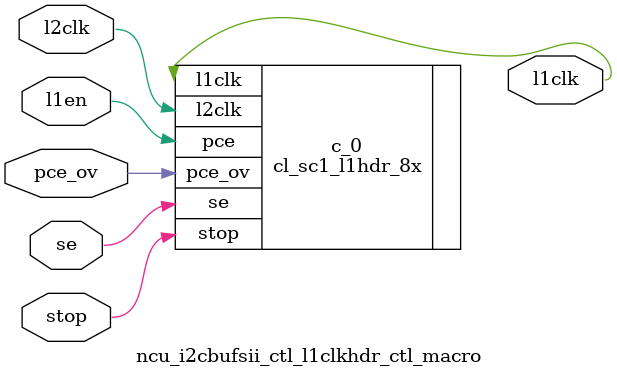
<source format=v>
`define RF_RDEN_OFFSTATE            1'b1

`define NCU_INTMANRF_DEPTH         128
`define NCU_INTMANRF_DATAWIDTH      16
`define NCU_INTMANRF_ADDRWIDTH       7
//====================================

//====================================
`define NCU_MONDORF_DEPTH           64
`define NCU_MONDORF_DATAWIDTH       72
`define NCU_MONDORF_ADDRWIDTH        6
//====================================

//====================================
`define NCU_CPUBUFRF_DEPTH          32
`define NCU_CPUBUFRF_DATAWIDTH     144
`define NCU_CPUBUFRF_ADDRWIDTH       5
//====================================

//====================================
`define NCU_IOBUFRF_DEPTH          32
`define NCU_IOBUFRF_DATAWIDTH     144
`define NCU_IOBUFRF_ADDRWIDTH       5
//====================================

//====================================
`define NCU_IOBUF1RF_DEPTH          32
`define NCU_IOBUF1RF_DATAWIDTH      32
`define NCU_IOBUF1RF_ADDRWIDTH       5
//====================================

//====================================
`define NCU_INTBUFRF_DEPTH          32
`define NCU_INTBUFRF_DATAWIDTH     144
`define NCU_INTBUFRF_ADDRWIDTH       5
//====================================

//== fix me : need to remove when warm //
//== becomes available //
`define WMR_LENGTH		10'd999
`define WMR_LENGTH_P1		10'd1000

//// NCU CSR_MAN address   80_0000_xxxx ////
`define NCU_CSR_MAN			16'h0000
`define NCU_CREG_INTMAN			16'h0000
//`define NCU_CREG_INTVECDISP		16'h0800
`define NCU_CREG_MONDOINVEC		16'h0a00
`define NCU_CREG_SERNUM			16'h1000
`define NCU_CREG_FUSESTAT		16'h1008
`define NCU_CREG_COREAVAIL		16'h1010
`define NCU_CREG_BANKAVAIL		16'h1018
`define NCU_CREG_BANK_ENABLE		16'h1020
`define NCU_CREG_BANK_ENABLE_STATUS 	16'h1028
`define NCU_CREG_L2_HASH_ENABLE		16'h1030
`define NCU_CREG_L2_HASH_ENABLE_STATUS	16'h1038


`define NCU_CREG_MEM32_BASE	16'h2000
`define NCU_CREG_MEM32_MASK	16'h2008
`define NCU_CREG_MEM64_BASE	16'h2010
`define NCU_CREG_MEM64_MASK	16'h2018
`define NCU_CREG_IOCON_BASE	16'h2020
`define NCU_CREG_IOCON_MASK	16'h2028
`define NCU_CREG_MMUFSH		16'h2030

`define NCU_CREG_ESR		16'h3000
`define NCU_CREG_ELE		16'h3008
`define NCU_CREG_EIE		16'h3010
`define NCU_CREG_EJR		16'h3018
`define NCU_CREG_FEE		16'h3020
`define NCU_CREG_PER		16'h3028
`define NCU_CREG_SIISYN		16'h3030
`define NCU_CREG_NCUSYN		16'h3038
`define NCU_CREG_SCKSEL         16'h3040
`define NCU_CREG_DBGTRIG_EN     16'h4000

//// NUC CSR_MONDO address 80_0004_xxxx ////
`define NCU_CSR_MONDO		16'h0004
`define NCU_CREG_MDATA0  	16'h0000 
`define NCU_CREG_MDATA1  	16'h0200 
`define NCU_CREG_MDATA0_ALIAS	16'h0400 
`define NCU_CREG_MDATA1_ALIAS	16'h0600 
`define NCU_CREG_MBUSY		16'h0800 
`define NCU_CREG_MBUSY_ALIAS	16'h0a00 



// ASI shared reg 90_xxxx_xxxx//
`define NCU_ASI_A_HIT			10'h104 // 6-bits cpuid and thread id are "x"
`define NCU_ASI_B_HIT			10'h1CC // 6-bits cpuid and thread id are "x"
`define NCU_ASI_C_HIT			10'h114	// 6-bits cpuid and thread id are "x"
`define NCU_ASI_COREAVAIL		16'h0000
`define NCU_ASI_CORE_ENABLE_STATUS	16'h0010
`define NCU_ASI_CORE_ENABLE		16'h0020
`define NCU_ASI_XIR_STEERING		16'h0030
`define NCU_ASI_CORE_RUNNINGRW		16'h0050
`define NCU_ASI_CORE_RUNNING_STATUS	16'h0058
`define NCU_ASI_CORE_RUNNING_W1S	16'h0060
`define NCU_ASI_CORE_RUNNING_W1C	16'h0068
`define NCU_ASI_INTVECDISP		16'h0000
`define NCU_ASI_ERR_STR                 16'h1000
`define NCU_ASI_WMR_VEC_MASK            16'h0018
`define NCU_ASI_CMP_TICK_ENABLE		16'h0038


//// UCB packet type ////
`define UCB_READ_NACK	4'b0000    // ack/nack types
`define UCB_READ_ACK	4'b0001
`define UCB_WRITE_ACK	4'b0010
`define UCB_IFILL_ACK	4'b0011
`define UCB_IFILL_NACK	4'b0111

`define UCB_READ_REQ	4'b0100    // req types
`define UCB_WRITE_REQ	4'b0101
`define UCB_IFILL_REQ	4'b0110

`define UCB_INT		4'b1000    // plain interrupt
`define UCB_INT_VEC	4'b1100    // interrupt with vector
`define UCB_INT_SOC_UE	4'b1001    // soc interrup ue
`define UCB_INT_SOC_CE  4'b1010    // soc interrup ce
`define UCB_RESET_VEC	4'b0101    // reset with vector
`define UCB_IDLE_VEC	4'b1110    // idle with vector
`define UCB_RESUME_VEC	4'b1111    // resume with vector

`define UCB_INT_SOC 	4'b1101    // soc interrup ce


//// PCX packet type ////
`define	PCX_LOAD_RQ	5'b00000
`define	PCX_IMISS_RQ	5'b10000
`define	PCX_STORE_RQ	5'b00001
`define PCX_FWD_RQs	5'b01101
`define PCX_FWD_RPYs	5'b01110

//// CPX packet type ////
//`define CPX_LOAD_RET	4'b0000
`define CPX_LOAD_RET	4'b1000
`define CPX_ST_ACK	4'b0100
//`define CPX_IFILL_RET	4'b0001
`define CPX_IFILL_RET	4'b1001
`define CPX_INT_RET	4'b0111
`define CPX_INT_SOC	4'b1101
//`define CPX_FWD_RQ_RET	4'b1010
//`define CPX_FWD_RPY_RET	4'b1011




//// Global CSR decode ////
`define NCU_CSR		8'h80
`define NIU_CSR		8'h81
//`define RNG_CSR		8'h82
`define DBG1_CSR               8'h86
`define CCU_CSR		8'h83
`define MCU_CSR		8'h84
`define TCU_CSR		8'h85
`define DMU_CSR		8'h88
`define RCU_CSR		8'h89
`define NCU_ASI		8'h90
			/////8'h91 ~ 9F reserved
			/////8'hA0 ~ BF L2 CSR////
`define DMU_PIO		4'hC   // C0 ~ CF
			/////8'hB0 ~ FE reserved
`define SSI_CSR		8'hFF


//// NCU_SSI ////
`define SSI_ADDR 	 	12'hFF_F
`define SSI_ADDR_TIMEOUT_REG	40'hFF_0001_0088
`define SSI_ADDR_LOG_REG	40'hFF_0000_0018

`define IF_IDLE 2'b00
`define IF_ACPT 2'b01
`define IF_DROP 2'b10

`define SSI_IDLE     3'b000
`define	SSI_REQ      3'b001
`define	SSI_WDATA    3'b011
`define	SSI_REQ_PAR  3'b101
`define	SSI_ACK      3'b111
`define	SSI_RDATA    3'b110
`define	SSI_ACK_PAR  3'b010










module ncu_i2cbufsii_ctl (
  iol2clk, 
  scan_in, 
  scan_out, 
  tcu_pce_ov, 
  tcu_clk_stop, 
  tcu_scan_en, 
  tcu_aclk, 
  tcu_bclk, 
  sii_ncu_data, 
  sii_ncu_dparity, 
  sii_ncu_req, 
  ncu_sii_gnt, 
  sii_ncu_syn_data, 
  sii_ncu_syn_vld, 
  sii_mondo_vld, 
  sii_mondo_data0, 
  sii_mondo_data1, 
  sii_mondo_target, 
  sii_mondo_ctagerr, 
  ncu_dmu_mondo_id, 
  ncu_dmu_mondo_id_par, 
  sii_mondo_rd, 
  sii_cr_id_rtn, 
  sii_cr_id_rtn_vld, 
  req_ack_obj, 
  req_ack_vld, 
  rd_req_ack_dbl_buf, 
  ncuctag_ue, 
  ncuctag_uei, 
  ncuctag_ce, 
  ncuctag_cei, 
  ncusiid_pe, 
  ncusiid_pei, 
  ncudpsyn, 
  siierrsyn, 
  siierrsyn_done) ;
wire [2:0] sii_rcv_cntr_n;
wire cntr_inc;
wire [2:0] sii_rcv_cntr;
wire sii_rcv_cntr_n_0_n;
wire sii_rcv_cntr_0_;
wire sii_rcv_cntr_0_ff_scanin;
wire sii_rcv_cntr_0_ff_scanout;
wire l1clk;
wire sii_rcv_cntr_1_ff_scanin;
wire sii_rcv_cntr_1_ff_scanout;
wire sii_rcv_cntr_n_2_n;
wire sii_rcv_cntr_2_n;
wire sii_rcv_cntr_2_ff_scanin;
wire sii_rcv_cntr_2_ff_scanout;
wire sii_ncu_data_d1_ff_scanin;
wire sii_ncu_data_d1_ff_scanout;
wire [31:0] sii_ncu_data_d1;
wire sii_ncu_dparity_d1_ff_scanin;
wire sii_ncu_dparity_d1_ff_scanout;
wire [1:0] sii_ncu_dparity_d1;
wire sii_ncu_req_d1_ff_scanin;
wire sii_ncu_req_d1_ff_scanout;
wire sii_ncu_req_d1;
wire hdr_ld;
wire hdr_a_ff_scanin;
wire hdr_a_ff_scanout;
wire [31:0] hdr_a;
wire [1:0] hdr_b;
wire hdrctag_ue;
wire hdrctag_ce;
wire [15:0] hdr;
wire [5:0] unused_co;
wire pld_ld;
wire [127:0] pld_n;
wire [127:0] pld;
wire pld_ff_scanin;
wire pld_ff_scanout;
wire dpchk_fail1;
wire dpchk_fail0;
wire dperr_n;
wire dperr;
wire dperr_ff_scanin;
wire dperr_ff_scanout;
wire ncusiid_pe_n;
wire sii_buf_unload;
wire ncusiid_pe_ff_scanin;
wire ncusiid_pe_ff_scanout;
wire ncu_sii_gnt_n;
wire ncu_sii_gnt_shadow;
wire ncu_sii_gnt_shadow_f;
wire mondo_hdr_vld;
wire pio_hdr_vld;
wire piortn_dblbuf_full;
wire rdy0_ff_scanin;
wire rdy0_ff_scanout;
wire rdy0;
wire rdy1_ff_scanin;
wire rdy1_ff_scanout;
wire rdy1;
wire ncu_sii_gnt_ff_scanin;
wire ncu_sii_gnt_ff_scanout;
wire ncu_sii_gnt_shadow_ff_scanin;
wire ncu_sii_gnt_shadow_ff_scanout;
wire ncu_sii_gnt_shadow_f_ff_scanin;
wire ncu_sii_gnt_shadow_f_ff_scanout;
wire cntr_inc_ff_scanin;
wire cntr_inc_ff_scanout;
wire hdrvld_n;
wire hdrvld;
wire hdrvld_ff_scanin;
wire hdrvld_ff_scanout;
wire [3:0] pldvld_n;
wire [3:0] pldvld;
wire pldvld_ff_scanin;
wire pldvld_ff_scanout;
wire wr_piortn_dblbuf;
wire wr_mondo_buf;
wire drop_pkt;
wire sii_cr_id_rtn_vld_n;
wire sii_cr_id_rtn_ff_scanin;
wire sii_cr_id_rtn_ff_scanout;
wire sii_cr_id_rtn_vld_ff_scanin;
wire sii_cr_id_rtn_vld_ff_scanout;
wire ncuctag_ue_n;
wire ncuctag_ce_n;
wire ncuctag_ue_ff_scanin;
wire ncuctag_ue_ff_scanout;
wire ncuctag_ce_ff_scanin;
wire ncuctag_ce_ff_scanout;
wire ncudpsyn_ff_scanin;
wire ncudpsyn_ff_scanout;
wire [3:0] piortn_ptyp;
wire [139:0] indata_buf;
wire [5:0] ncu_dmu_mondo_id_n;
wire sii_mondo_ctagerr_n;
wire sii_mondo_ctagerr_ff_scanin;
wire sii_mondo_ctagerr_ff_scanout;
wire ncu_dmu_mondo_idpre_ff_scanin;
wire ncu_dmu_mondo_idpre_ff_scanout;
wire [5:0] ncu_dmu_mondo_idpre;
wire ncu_dmu_mondo_id_par_n;
wire ncu_dmu_mondo_id_par_ff_scanin;
wire ncu_dmu_mondo_id_par_ff_scanout;
wire ncu_dmu_mondo_id_ff_scanin;
wire ncu_dmu_mondo_id_ff_scanout;
wire sii_mondo_target_ff_scanin;
wire sii_mondo_target_ff_scanout;
wire sii_mondo_data0_ff_scanin;
wire sii_mondo_data0_ff_scanout;
wire sii_mondo_data1_ff_scanin;
wire sii_mondo_data1_ff_scanout;
wire sii_mondo_vld_n;
wire sii_mondo_vld_ff_scanin;
wire sii_mondo_vld_ff_scanout;
wire wr_buf0;
wire buf1_vld;
wire buf0_vld;
wire buf1_older;
wire wr_buf1;
wire rd_buf0;
wire rd_buf1;
wire rd_buf;
wire buf1_older_n;
wire buf1_older_ff_scanin;
wire buf1_older_ff_scanout;
wire en_vld0;
wire en_vld1;
wire buf0_vld_ff_scanin;
wire buf0_vld_ff_scanout;
wire buf1_vld_ff_scanin;
wire buf1_vld_ff_scanout;
wire buf0_obj_ff_scanin;
wire buf0_obj_ff_scanout;
wire [139:0] buf0_obj;
wire buf1_obj_ff_scanin;
wire buf1_obj_ff_scanout;
wire [139:0] buf1_obj;
wire sii_ncu_syn_data_d1_ff_scanin;
wire sii_ncu_syn_data_d1_ff_scanout;
wire [3:0] sii_ncu_syn_data_d1;
wire sii_ncu_syn_vld_d1_ff_scanin;
wire sii_ncu_syn_vld_d1_ff_scanout;
wire sii_ncu_syn_vld_d1;
wire [63:0] siierrsyn_n;
wire [3:0] errsyncntr_n;
wire [3:0] errsyncntr;
wire siierrsyn_done_n;
wire siierrsyn_ff_scanin;
wire siierrsyn_ff_scanout;
wire siierrsyn_done_ff_scanin;
wire siierrsyn_done_ff_scanout;
wire errsyncntr_ff_scanin;
wire errsyncntr_ff_scanout;
wire [5:0] unused_i2cbufsii;
wire siclk;
wire soclk;
wire se;
wire pce_ov;
wire stop;



   // Global interface
input 		iol2clk;
input		scan_in;
output		scan_out;
input		tcu_pce_ov;
input		tcu_clk_stop;
input		tcu_scan_en;
input		tcu_aclk;
input		tcu_bclk;

//// sii i/f signal ////
input [31:0]	sii_ncu_data;
input [1:0]	sii_ncu_dparity;
input		sii_ncu_req;
output		ncu_sii_gnt;

input [3:0]	sii_ncu_syn_data;
input		sii_ncu_syn_vld;

output		sii_mondo_vld;
output [63:0]	sii_mondo_data0;
output [63:0]	sii_mondo_data1;
output [5:0]	sii_mondo_target;
output		sii_mondo_ctagerr;
output [5:0]	ncu_dmu_mondo_id;
output		ncu_dmu_mondo_id_par;
input		sii_mondo_rd;

output [3:0]	sii_cr_id_rtn;
output		sii_cr_id_rtn_vld;

// i2c slow control/datapath interface
output [139:0] 		req_ack_obj;
output 		 	req_ack_vld;
input 		        rd_req_ack_dbl_buf;

// error reporting for ncu //
output		ncuctag_ue;
input		ncuctag_uei;
output		ncuctag_ce;
input		ncuctag_cei;
output		ncusiid_pe;
input		ncusiid_pei;
output [15:0]	ncudpsyn;

// error reporting for sii//
output [63:0]	siierrsyn;
output		siierrsyn_done;


/************************************************************
 * Assemble inbound packet
 ************************************************************/
//ucb_bus_in #(UCB_BUS_WIDTH) ucb_bus_in 
//				( .clk(iol2clk),
//				.vld(ucb_iob_vld),
//				.data(ucb_iob_data[UCB_BUS_WIDTH-1:0]),
//				.stall(iob_ucb_stall),
//				.indata_buf_vld(indata_buf_vld),
//				.indata_buf(indata_buf[127:0]),
//				.stall_a1(iob_ucb_stall_a1)); 















assign	sii_rcv_cntr_n[2:0] =  cntr_inc ? 3'd0 :
			      (sii_rcv_cntr[2:0]==3'd5) ? 3'd5 : sii_rcv_cntr[2:0]+3'd1; 

//sii_rcv_cntr[2:0] power up and stops at 5
//0in range -var sii_rcv_cntr -min 0 -max 5
assign	sii_rcv_cntr_n_0_n = ~sii_rcv_cntr_n[0];
assign	sii_rcv_cntr[0] = ~sii_rcv_cntr_0_;
ncu_i2cbufsii_ctl_msff_ctl_macro__width_1 sii_rcv_cntr_0_ff 
				(
				.scan_in(sii_rcv_cntr_0_ff_scanin),
				.scan_out(sii_rcv_cntr_0_ff_scanout),
				.dout		(sii_rcv_cntr_0_),
				.l1clk		(l1clk),
				.din		(sii_rcv_cntr_n_0_n),
  .siclk(siclk),
  .soclk(soclk)
				);

ncu_i2cbufsii_ctl_msff_ctl_macro__width_1 sii_rcv_cntr_1_ff 
				(
				.scan_in(sii_rcv_cntr_1_ff_scanin),
				.scan_out(sii_rcv_cntr_1_ff_scanout),
				.dout		(sii_rcv_cntr[1]),
				.l1clk		(l1clk),
				.din		(sii_rcv_cntr_n[1]),
  .siclk(siclk),
  .soclk(soclk)
				);

assign	sii_rcv_cntr_n_2_n = ~sii_rcv_cntr_n[2];
assign	sii_rcv_cntr[2] = ~sii_rcv_cntr_2_n ;
ncu_i2cbufsii_ctl_msff_ctl_macro__width_1 sii_rcv_cntr_2_ff 
				(
				.scan_in(sii_rcv_cntr_2_ff_scanin),
				.scan_out(sii_rcv_cntr_2_ff_scanout),
				.dout		(sii_rcv_cntr_2_n),
				.l1clk		(l1clk),
				.din		(sii_rcv_cntr_n_2_n),
  .siclk(siclk),
  .soclk(soclk)
				);

ncu_i2cbufsii_ctl_msff_ctl_macro__width_32 sii_ncu_data_d1_ff 
				(
				.scan_in(sii_ncu_data_d1_ff_scanin),
				.scan_out(sii_ncu_data_d1_ff_scanout),
				.dout		(sii_ncu_data_d1[31:0]),
				.l1clk		(l1clk),
				.din		(sii_ncu_data[31:0]),
  .siclk(siclk),
  .soclk(soclk)
				);

ncu_i2cbufsii_ctl_msff_ctl_macro__width_2 sii_ncu_dparity_d1_ff 
				(
				.scan_in(sii_ncu_dparity_d1_ff_scanin),
				.scan_out(sii_ncu_dparity_d1_ff_scanout),
				.dout		(sii_ncu_dparity_d1[1:0]),
				.l1clk		(l1clk),
				.din		(sii_ncu_dparity[1:0]),
  .siclk(siclk),
  .soclk(soclk)
				);

ncu_i2cbufsii_ctl_msff_ctl_macro__width_1 sii_ncu_req_d1_ff 
				(
				.scan_in(sii_ncu_req_d1_ff_scanin),
				.scan_out(sii_ncu_req_d1_ff_scanout),
				.dout		(sii_ncu_req_d1),
				.l1clk		(l1clk),
				.din		(sii_ncu_req),
  .siclk(siclk),
  .soclk(soclk)
				);

assign	hdr_ld = (sii_rcv_cntr[2:0]==3'b0) ;
ncu_i2cbufsii_ctl_msff_ctl_macro__en_1__width_32 hdr_a_ff  
				(
				.scan_in(hdr_a_ff_scanin),
				.scan_out(hdr_a_ff_scanout),
				.dout		(hdr_a[31:0]),
				.l1clk		(l1clk),
				.en		(hdr_ld),
				.din		(sii_ncu_data_d1[31:0]),
  .siclk(siclk),
  .soclk(soclk)
				);

assign	hdr_b[1:0] = ncuctag_uei ? {~hdr_a[1],~hdr_a[0]} : 
		     ncuctag_cei ?  {hdr_a[1],~hdr_a[0]} : hdr_a[1:0] ;
			  
ncu_eccchk16_ctl i2cbufsiieccchk16 (.din({hdr_a[15:2],hdr_b[1:0]}),
				    .ci(hdr_a[21:16]),
				    .ue(hdrctag_ue),
				    .ce(hdrctag_ce),
				    .dout(hdr[15:0]),
				    .co(unused_co[5:0]) );

////
assign	pld_ld = (sii_rcv_cntr[2:0]!=3'd5) ;
//assign	pld_n[127:0] = {sii_ncu_data_d1[31:0],pld[127:32]};
assign  pld_n[127:0] = {pld[95:0],sii_ncu_data_d1[31:0]};

ncu_i2cbufsii_ctl_msff_ctl_macro__en_1__width_128 pld_ff  
				(
				.scan_in(pld_ff_scanin),
				.scan_out(pld_ff_scanout),
				.dout		(pld[127:0]),
				.l1clk		(l1clk),
				.en		(pld_ld),
				.din		(pld_n[127:0]),
  .siclk(siclk),
  .soclk(soclk)
				);

//assign	sii_ncu_data_b = ncusiid_pei^sii_ncu_data_a[0] ;
assign	dpchk_fail1 =  ~^{sii_ncu_dparity_d1[1],sii_ncu_data_d1[31], sii_ncu_data_d1[29],
			  sii_ncu_data_d1[27],  sii_ncu_data_d1[25], sii_ncu_data_d1[23],
			  sii_ncu_data_d1[21],  sii_ncu_data_d1[19], sii_ncu_data_d1[17],
			  sii_ncu_data_d1[15],  sii_ncu_data_d1[13], sii_ncu_data_d1[11],
			  sii_ncu_data_d1[9],   sii_ncu_data_d1[7],  sii_ncu_data_d1[5],
			  sii_ncu_data_d1[3],   sii_ncu_data_d1[1]};
assign	dpchk_fail0 =  ~^{sii_ncu_dparity_d1[0],sii_ncu_data_d1[30], sii_ncu_data_d1[28],
		 	  sii_ncu_data_d1[26],  sii_ncu_data_d1[24], sii_ncu_data_d1[22],
			  sii_ncu_data_d1[20],  sii_ncu_data_d1[18], sii_ncu_data_d1[16],
			  sii_ncu_data_d1[14],  sii_ncu_data_d1[12], sii_ncu_data_d1[10],
			  sii_ncu_data_d1[8],   sii_ncu_data_d1[6],  sii_ncu_data_d1[4],
			  sii_ncu_data_d1[2],   sii_ncu_data_d1[0], ncusiid_pei };

//assign	dperr_n = hdr_ld ? 1'b0 : (dpchk_fail0|dpchk_fail1|dperr) ;
assign        dperr_n = hdr_ld ? 1'b0 : pld_ld ? (dpchk_fail0|dpchk_fail1|dperr) : dperr ;
ncu_i2cbufsii_ctl_msff_ctl_macro__width_1 dperr_ff 
				(
				.scan_in(dperr_ff_scanin),
				.scan_out(dperr_ff_scanout),
				.dout		(dperr),
				.l1clk		(l1clk),
				.din		(dperr_n),
  .siclk(siclk),
  .soclk(soclk)
				);

assign	ncusiid_pe_n = dperr&sii_buf_unload&~hdr_a[28] ;
ncu_i2cbufsii_ctl_msff_ctl_macro__width_1 ncusiid_pe_ff 
				(
				.scan_in(ncusiid_pe_ff_scanin),
				.scan_out(ncusiid_pe_ff_scanout),
				.dout		(ncusiid_pe),
				.l1clk		(l1clk),
				.din		(ncusiid_pe_n),
  .siclk(siclk),
  .soclk(soclk)
				);

//ignore req_d1 at cntr = 0 or 1, ignore req at gnt or cyc after gnt.
assign	ncu_sii_gnt_n = ( (sii_rcv_cntr[2:1]==2'b00)|cntr_inc|ncu_sii_gnt_shadow|ncu_sii_gnt_shadow_f) ? 1'b0 :
			         sii_ncu_req_d1 & ~( (mondo_hdr_vld&(sii_mondo_vld&~sii_mondo_rd)) |
				 		  (pio_hdr_vld&(piortn_dblbuf_full&~rd_req_ack_dbl_buf)) ) ;
			
ncu_i2cbufsii_ctl_msff_ctl_macro__width_1 rdy0_ff 
				(
				.scan_in(rdy0_ff_scanin),
				.scan_out(rdy0_ff_scanout),
				.dout		(rdy0),
				.l1clk		(l1clk),
				.din		(1'b1),
  .siclk(siclk),
  .soclk(soclk)
				);
ncu_i2cbufsii_ctl_msff_ctl_macro__width_1 rdy1_ff 
				(
				.scan_in(rdy1_ff_scanin),
				.scan_out(rdy1_ff_scanout),
				.dout		(rdy1),
				.l1clk		(l1clk),
				.din		(rdy0),
  .siclk(siclk),
  .soclk(soclk)
				);

ncu_i2cbufsii_ctl_msff_ctl_macro__en_1__width_1 ncu_sii_gnt_ff  
				(
				.scan_in(ncu_sii_gnt_ff_scanin),
				.scan_out(ncu_sii_gnt_ff_scanout),
				.dout		(ncu_sii_gnt),
				.l1clk		(l1clk),
				.en		(rdy1),
				.din		(ncu_sii_gnt_n),
  .siclk(siclk),
  .soclk(soclk)
				);

ncu_i2cbufsii_ctl_msff_ctl_macro__en_1__width_1 ncu_sii_gnt_shadow_ff  
				(
				.scan_in(ncu_sii_gnt_shadow_ff_scanin),
				.scan_out(ncu_sii_gnt_shadow_ff_scanout),
				.dout		(ncu_sii_gnt_shadow),
				.l1clk		(l1clk),
				.en		(rdy1),
				.din		(ncu_sii_gnt_n),
  .siclk(siclk),
  .soclk(soclk)
				);

ncu_i2cbufsii_ctl_msff_ctl_macro__width_1 ncu_sii_gnt_shadow_f_ff 
				(
				.scan_in(ncu_sii_gnt_shadow_f_ff_scanin),
				.scan_out(ncu_sii_gnt_shadow_f_ff_scanout),
				.dout		(ncu_sii_gnt_shadow_f),
				.l1clk		(l1clk),
				.din		(ncu_sii_gnt_shadow),
  .siclk(siclk),
  .soclk(soclk)
				);

ncu_i2cbufsii_ctl_msff_ctl_macro__width_1 cntr_inc_ff 
				(
				.scan_in(cntr_inc_ff_scanin),
				.scan_out(cntr_inc_ff_scanout),
				.dout		(cntr_inc),
				.l1clk		(l1clk),
				.din		(ncu_sii_gnt_shadow_f),
  .siclk(siclk),
  .soclk(soclk)
				);

assign	hdrvld_n = (sii_rcv_cntr[2:0]==3'b0) ? 1'b1 :
		        sii_buf_unload ? 1'b0 : hdrvld ;
ncu_i2cbufsii_ctl_msff_ctl_macro__width_1 hdrvld_ff 
				(
				.scan_in(hdrvld_ff_scanin),
				.scan_out(hdrvld_ff_scanout),
				.dout		(hdrvld),
				.l1clk		(l1clk),
				.din		(hdrvld_n),
  .siclk(siclk),
  .soclk(soclk)
				);

assign	pldvld_n[3:0] = sii_buf_unload ? 4'b0 :
			(sii_rcv_cntr[2:0]!=3'd5) ? {hdrvld,pldvld[3:1]} : pldvld[3:0] ;
ncu_i2cbufsii_ctl_msff_ctl_macro__width_4 pldvld_ff 
				(
				.scan_in(pldvld_ff_scanin),
				.scan_out(pldvld_ff_scanout),
				.dout		(pldvld[3:0]),
				.l1clk		(l1clk),
				.din		(pldvld_n[3:0]),
  .siclk(siclk),
  .soclk(soclk)
				);

assign	mondo_hdr_vld = hdrvld & ~hdr[15] ;
assign	pio_hdr_vld   = hdrvld &  hdr[15] ;
assign	sii_buf_unload = wr_piortn_dblbuf | wr_mondo_buf | (pldvld[0]&drop_pkt) ;
assign	drop_pkt = (pio_hdr_vld&(hdrctag_ue|hdr_a[28])) | (mondo_hdr_vld&dperr) ;

assign	sii_cr_id_rtn_vld_n = pio_hdr_vld&~pldvld[3]&~hdrctag_ue ;

ncu_i2cbufsii_ctl_msff_ctl_macro__width_4 sii_cr_id_rtn_ff 
				(
				.scan_in(sii_cr_id_rtn_ff_scanin),
				.scan_out(sii_cr_id_rtn_ff_scanout),
				.dout		(sii_cr_id_rtn[3:0]),
				.l1clk		(l1clk),
				.din		(hdr[11:8]),
  .siclk(siclk),
  .soclk(soclk)
				);

ncu_i2cbufsii_ctl_msff_ctl_macro__width_1 sii_cr_id_rtn_vld_ff 
				(
				.scan_in(sii_cr_id_rtn_vld_ff_scanin),
				.scan_out(sii_cr_id_rtn_vld_ff_scanout),
				.dout		(sii_cr_id_rtn_vld),
				.l1clk		(l1clk),
				.din		(sii_cr_id_rtn_vld_n),
  .siclk(siclk),
  .soclk(soclk)
				);

//assign	ncuctag_ue_n = hdrctag_ue&pldvld[3]&~pldvld[2]&~hdr_a[28]; -jimmy 3/30/05
//assign	ncuctag_ce_n = hdrctag_ce&pldvld[3]&~pldvld[2]&~hdr_a[28]; -jimmy 3/30/05
assign	ncuctag_ue_n = hdrctag_ue&sii_buf_unload&~hdr_a[28];
assign	ncuctag_ce_n = hdrctag_ce&sii_buf_unload&~hdr_a[28];
ncu_i2cbufsii_ctl_msff_ctl_macro__width_1 ncuctag_ue_ff 
				(
				.scan_in(ncuctag_ue_ff_scanin),
				.scan_out(ncuctag_ue_ff_scanout),
				.dout		(ncuctag_ue),
				.l1clk		(l1clk),
				.din		(ncuctag_ue_n),
  .siclk(siclk),
  .soclk(soclk)
				);
ncu_i2cbufsii_ctl_msff_ctl_macro__width_1 ncuctag_ce_ff 
				(
				.scan_in(ncuctag_ce_ff_scanin),
				.scan_out(ncuctag_ce_ff_scanout),
				.dout		(ncuctag_ce),
				.l1clk		(l1clk),
				.din		(ncuctag_ce_n),
  .siclk(siclk),
  .soclk(soclk)
				);
ncu_i2cbufsii_ctl_msff_ctl_macro__en_1__width_16 ncudpsyn_ff  
				(
				.scan_in(ncudpsyn_ff_scanin),
				.scan_out(ncudpsyn_ff_scanout),
				.dout		(ncudpsyn[15:0]),
				.l1clk		(l1clk),
				//.en		(pldvld[0]), -jimmy 3/30/05
				.en		(sii_buf_unload),
				.din		(hdr[15:0]),
  .siclk(siclk),
  .soclk(soclk)
				);

//pktvld = pldvld[0]//
assign	wr_piortn_dblbuf = pldvld[0] & ~drop_pkt & pio_hdr_vld & ~piortn_dblbuf_full ;

//// to, ue, umap , ebit, err of pio return cause UCB NACK ////
assign	piortn_ptyp[3:0]= ((|hdr_a[31:28])|dperr) ? `UCB_READ_NACK : `UCB_READ_ACK ;

//// generating UCB packet here ////
assign	indata_buf[139:0] = { pld[127:0] , //pld
			//9'b0,	  //rsvd
			//40'b0,  //pa (dummy)
			//3'b0,	  //req_sz (dummy)
			//2'b0,   //buf_id (dummy)
			hdr[7:6], //buf_id 
			hdr[5:0], //cpu_thr
			piortn_ptyp[3:0] } ; 

//pktvld = pldvld[0]//
//assign  wr_mondo_buf = (pldvld[3]&mondo_hdr_vld) & 
//                       (~sii_mondo_vld | (sii_mondo_vld&sii_mondo_rd));
assign	wr_mondo_buf = (pldvld[0]&~drop_pkt&mondo_hdr_vld) & (~sii_mondo_vld | (sii_mondo_vld&sii_mondo_rd));
assign	ncu_dmu_mondo_id_n[5:0] = {hdr[14:11],hdr[2:1]};
assign  sii_mondo_ctagerr_n = mondo_hdr_vld&(hdrctag_ue|hdr_a[28]) ;

ncu_i2cbufsii_ctl_msff_ctl_macro__en_1__width_1 sii_mondo_ctagerr_ff  
				(
				.scan_in(sii_mondo_ctagerr_ff_scanin),
				.scan_out(sii_mondo_ctagerr_ff_scanout),
				.dout		(sii_mondo_ctagerr),
				.l1clk		(l1clk),
				.en		(wr_mondo_buf),
				.din		(sii_mondo_ctagerr_n),
  .siclk(siclk),
  .soclk(soclk)
				);

ncu_i2cbufsii_ctl_msff_ctl_macro__en_1__width_6 ncu_dmu_mondo_idpre_ff  
				(
				.scan_in(ncu_dmu_mondo_idpre_ff_scanin),
				.scan_out(ncu_dmu_mondo_idpre_ff_scanout),
				.dout		(ncu_dmu_mondo_idpre[5:0]),
				.l1clk		(l1clk),
				.en		(wr_mondo_buf),
				.din		(ncu_dmu_mondo_id_n[5:0]),
  .siclk(siclk),
  .soclk(soclk)
				);

assign	ncu_dmu_mondo_id_par_n = ~^ncu_dmu_mondo_idpre[5:0] ;
ncu_i2cbufsii_ctl_msff_ctl_macro__width_1 ncu_dmu_mondo_id_par_ff 
				(
				.scan_in(ncu_dmu_mondo_id_par_ff_scanin),
				.scan_out(ncu_dmu_mondo_id_par_ff_scanout),
				.dout		(ncu_dmu_mondo_id_par),
				.l1clk		(l1clk),
				.din		(ncu_dmu_mondo_id_par_n),
  .siclk(siclk),
  .soclk(soclk)
				);

ncu_i2cbufsii_ctl_msff_ctl_macro__width_6 ncu_dmu_mondo_id_ff 
				(
				.scan_in(ncu_dmu_mondo_id_ff_scanin),
				.scan_out(ncu_dmu_mondo_id_ff_scanout),
				.dout		(ncu_dmu_mondo_id[5:0]),
				.l1clk		(l1clk),
				.din		(ncu_dmu_mondo_idpre[5:0]),
  .siclk(siclk),
  .soclk(soclk)
				);

ncu_i2cbufsii_ctl_msff_ctl_macro__en_1__width_6 sii_mondo_target_ff  
				(
				.scan_in(sii_mondo_target_ff_scanin),
				.scan_out(sii_mondo_target_ff_scanout),
				.dout		(sii_mondo_target[5:0]),
				.l1clk		(l1clk),
				.en		(wr_mondo_buf),
				.din		(pld[75:70]),
  .siclk(siclk),
  .soclk(soclk)
				);

ncu_i2cbufsii_ctl_msff_ctl_macro__en_1__width_64 sii_mondo_data0_ff  
				(
				.scan_in(sii_mondo_data0_ff_scanin),
				.scan_out(sii_mondo_data0_ff_scanout),
				.dout		(sii_mondo_data0[63:0]),
				.l1clk		(l1clk),
				.en		(wr_mondo_buf),
				.din		(pld[127:64]),
  .siclk(siclk),
  .soclk(soclk)
				);

ncu_i2cbufsii_ctl_msff_ctl_macro__en_1__width_64 sii_mondo_data1_ff  
				(
				.scan_in(sii_mondo_data1_ff_scanin),
				.scan_out(sii_mondo_data1_ff_scanout),
				.dout		(sii_mondo_data1[63:0]),
				.l1clk		(l1clk),
				.en		(wr_mondo_buf),
				.din		(pld[63:0]),
  .siclk(siclk),
  .soclk(soclk)
				);

assign	sii_mondo_vld_n = wr_mondo_buf | (sii_mondo_vld & ~sii_mondo_rd) ;
ncu_i2cbufsii_ctl_msff_ctl_macro__width_1 sii_mondo_vld_ff 
				(
				.scan_in(sii_mondo_vld_ff_scanin),
				.scan_out(sii_mondo_vld_ff_scanout),
				.dout		(sii_mondo_vld),
				.l1clk		(l1clk),
				.din		(sii_mondo_vld_n),
  .siclk(siclk),
  .soclk(soclk)
				);


//======================================================================
//======================================================================
//================================================== dbl_buf ===========
///////////////////////////////////////////////
// Double buffer to store non-interrupt packets
///////////////////////////////////////////////
//assign	wr_piortn_dblbuf = req_ack_pending & ~piortn_dblbuf_full;
// dbl_buf #(128) req_ack_dbl_buf (
//			 .clk(iol2clk),
//			 .wr(wr_piortn_dblbuf),
//			 .din(indata_buf[127:0]),
//			 .rd(rd_req_ack_dbl_buf),
//			 .dout(req_ack_obj[127:0]),
//			 .vld(req_ack_vld),
//			 .full(piortn_dblbuf_full));

// if both entries are empty, write to entry pointed to by the older pointer
assign	wr_buf0 = wr_piortn_dblbuf & (buf1_vld | (~buf0_vld & ~buf1_older));
assign	wr_buf1 = wr_piortn_dblbuf & (buf0_vld | (~buf1_vld & buf1_older));

// read from the older entry
assign	rd_buf0 = rd_req_ack_dbl_buf & ~buf1_older;
assign	rd_buf1 = rd_req_ack_dbl_buf &  buf1_older;

// flip older pointer when an entry is read
assign	rd_buf = rd_req_ack_dbl_buf & (buf0_vld | buf1_vld);
assign	buf1_older_n = ~buf1_older ;
ncu_i2cbufsii_ctl_msff_ctl_macro__en_1__width_1 buf1_older_ff  
				(
				.scan_in(buf1_older_ff_scanin),
				.scan_out(buf1_older_ff_scanout),
				.dout		(buf1_older),
				.l1clk		(l1clk),
				.en		(rd_buf),
				.din		(buf1_older_n),
  .siclk(siclk),
  .soclk(soclk)
				);

// set valid bit for writes and reset for reads
assign	en_vld0 = wr_buf0 | rd_buf0;
assign	en_vld1 = wr_buf1 | rd_buf1;

// the actual buffers
ncu_i2cbufsii_ctl_msff_ctl_macro__en_1__width_1 buf0_vld_ff  
				(
				.scan_in(buf0_vld_ff_scanin),
				.scan_out(buf0_vld_ff_scanout),
				.dout		(buf0_vld),
				.l1clk		(l1clk),
				.en		(en_vld0),
				.din		(wr_buf0),
  .siclk(siclk),
  .soclk(soclk)
				);

ncu_i2cbufsii_ctl_msff_ctl_macro__en_1__width_1 buf1_vld_ff  
				(
				.scan_in(buf1_vld_ff_scanin),
				.scan_out(buf1_vld_ff_scanout),
				.dout		(buf1_vld),
				.l1clk		(l1clk),
				.en		(en_vld1),
				.din		(wr_buf1),
  .siclk(siclk),
  .soclk(soclk)
				);

ncu_i2cbufsii_ctl_msff_ctl_macro__en_1__width_140 buf0_obj_ff  
				(
				.scan_in(buf0_obj_ff_scanin),
				.scan_out(buf0_obj_ff_scanout),
				.dout		(buf0_obj[139:0]),
				.l1clk		(l1clk),
				.en		(wr_buf0),
				.din		(indata_buf[139:0]),
  .siclk(siclk),
  .soclk(soclk)
				);

ncu_i2cbufsii_ctl_msff_ctl_macro__en_1__width_140 buf1_obj_ff  
				(
				.scan_in(buf1_obj_ff_scanin),
				.scan_out(buf1_obj_ff_scanout),
				.dout		(buf1_obj[139:0]),
				.l1clk		(l1clk),
				.en		(wr_buf1),
				.din		(indata_buf[139:0]),
  .siclk(siclk),
  .soclk(soclk)
				);

// mux out the older entry
assign	req_ack_obj[139:0] = (buf1_older) ? buf1_obj[139:0] : buf0_obj[139:0] ;

assign	req_ack_vld = buf0_vld | buf1_vld;
assign	piortn_dblbuf_full = buf0_vld & buf1_vld;
//================================================== dbl_buf ===========
//======================================================================
//======================================================================



ncu_i2cbufsii_ctl_msff_ctl_macro__width_4 sii_ncu_syn_data_d1_ff 
				(
				.scan_in(sii_ncu_syn_data_d1_ff_scanin),
				.scan_out(sii_ncu_syn_data_d1_ff_scanout),
				.dout		(sii_ncu_syn_data_d1[3:0]),
				.l1clk		(l1clk),
				.din		(sii_ncu_syn_data[3:0]),
  .siclk(siclk),
  .soclk(soclk)
				);

ncu_i2cbufsii_ctl_msff_ctl_macro__width_1 sii_ncu_syn_vld_d1_ff 
				(
				.scan_in(sii_ncu_syn_vld_d1_ff_scanin),
				.scan_out(sii_ncu_syn_vld_d1_ff_scanout),
				.dout		(sii_ncu_syn_vld_d1),
				.l1clk		(l1clk),
				.din		(sii_ncu_syn_vld),
  .siclk(siclk),
  .soclk(soclk)
				);

assign	siierrsyn_n[63:0] = {sii_ncu_syn_data_d1[3:0],siierrsyn[63:4]};

assign	errsyncntr_n[3:0] = (~sii_ncu_syn_vld_d1) ? 4'd0 : errsyncntr[3:0]+4'd1 ;

assign	siierrsyn_done_n = (errsyncntr[3:0]==4'd15) ;

ncu_i2cbufsii_ctl_msff_ctl_macro__en_1__width_64 siierrsyn_ff  
				(
				.scan_in(siierrsyn_ff_scanin),
				.scan_out(siierrsyn_ff_scanout),
				.dout		(siierrsyn[63:0]),
				.l1clk		(l1clk),
				.en		(sii_ncu_syn_vld_d1),
				.din		(siierrsyn_n[63:0]),
  .siclk(siclk),
  .soclk(soclk)
				);

ncu_i2cbufsii_ctl_msff_ctl_macro__width_1 siierrsyn_done_ff 
				(
				.scan_in(siierrsyn_done_ff_scanin),
				.scan_out(siierrsyn_done_ff_scanout),
				.dout		(siierrsyn_done),
				.l1clk		(l1clk),
				.din		(siierrsyn_done_n),
  .siclk(siclk),
  .soclk(soclk)
				);

ncu_i2cbufsii_ctl_msff_ctl_macro__width_4 errsyncntr_ff 
				(
				.scan_in(errsyncntr_ff_scanin),
				.scan_out(errsyncntr_ff_scanout),
				.dout		(errsyncntr[3:0]),
				.l1clk		(l1clk),
				.din		(errsyncntr_n[3:0]),
  .siclk(siclk),
  .soclk(soclk)
				);



assign	unused_i2cbufsii[5:0] = {hdr_a[27:22]} ;





/**** adding clock header ****/
ncu_i2cbufsii_ctl_l1clkhdr_ctl_macro clkgen (
				.l2clk	(iol2clk),
				.l1en	(1'b1),
				.l1clk	(l1clk),
  .pce_ov(pce_ov),
  .stop(stop),
  .se(se)
				);

/*** building tcu port ***/
assign	siclk = tcu_aclk;
assign	soclk = tcu_bclk;
assign	   se = tcu_scan_en;
assign	pce_ov = tcu_pce_ov;
assign	stop = tcu_clk_stop;

// fixscan start:
assign sii_rcv_cntr_0_ff_scanin  = scan_in                  ;
assign sii_rcv_cntr_1_ff_scanin  = sii_rcv_cntr_0_ff_scanout;
assign sii_rcv_cntr_2_ff_scanin  = sii_rcv_cntr_1_ff_scanout;
assign sii_ncu_data_d1_ff_scanin = sii_rcv_cntr_2_ff_scanout;
assign sii_ncu_dparity_d1_ff_scanin = sii_ncu_data_d1_ff_scanout;
assign sii_ncu_req_d1_ff_scanin  = sii_ncu_dparity_d1_ff_scanout;
assign hdr_a_ff_scanin           = sii_ncu_req_d1_ff_scanout;
assign pld_ff_scanin             = hdr_a_ff_scanout         ;
assign dperr_ff_scanin           = pld_ff_scanout           ;
assign ncusiid_pe_ff_scanin      = dperr_ff_scanout         ;
assign rdy0_ff_scanin            = ncusiid_pe_ff_scanout    ;
assign rdy1_ff_scanin            = rdy0_ff_scanout          ;
assign ncu_sii_gnt_ff_scanin     = rdy1_ff_scanout          ;
assign ncu_sii_gnt_shadow_ff_scanin = ncu_sii_gnt_ff_scanout   ;
assign ncu_sii_gnt_shadow_f_ff_scanin = ncu_sii_gnt_shadow_ff_scanout;
assign cntr_inc_ff_scanin        = ncu_sii_gnt_shadow_f_ff_scanout;
assign hdrvld_ff_scanin          = cntr_inc_ff_scanout      ;
assign pldvld_ff_scanin          = hdrvld_ff_scanout        ;
assign sii_cr_id_rtn_ff_scanin   = pldvld_ff_scanout        ;
assign sii_cr_id_rtn_vld_ff_scanin = sii_cr_id_rtn_ff_scanout ;
assign ncuctag_ue_ff_scanin      = sii_cr_id_rtn_vld_ff_scanout;
assign ncuctag_ce_ff_scanin      = ncuctag_ue_ff_scanout    ;
assign ncudpsyn_ff_scanin        = ncuctag_ce_ff_scanout    ;
assign ncu_dmu_mondo_idpre_ff_scanin = ncudpsyn_ff_scanout      ;
assign sii_mondo_ctagerr_ff_scanin = ncu_dmu_mondo_idpre_ff_scanout;
assign ncu_dmu_mondo_id_par_ff_scanin = sii_mondo_ctagerr_ff_scanout;
assign ncu_dmu_mondo_id_ff_scanin = ncu_dmu_mondo_id_par_ff_scanout;
assign sii_mondo_target_ff_scanin = ncu_dmu_mondo_id_ff_scanout;
assign sii_mondo_data0_ff_scanin = sii_mondo_target_ff_scanout;
assign sii_mondo_data1_ff_scanin = sii_mondo_data0_ff_scanout;
assign sii_mondo_vld_ff_scanin   = sii_mondo_data1_ff_scanout;
assign buf1_older_ff_scanin      = sii_mondo_vld_ff_scanout ;
assign buf0_vld_ff_scanin        = buf1_older_ff_scanout    ;
assign buf1_vld_ff_scanin        = buf0_vld_ff_scanout      ;
assign buf0_obj_ff_scanin        = buf1_vld_ff_scanout      ;
assign buf1_obj_ff_scanin        = buf0_obj_ff_scanout      ;
assign sii_ncu_syn_data_d1_ff_scanin = buf1_obj_ff_scanout      ;
assign sii_ncu_syn_vld_d1_ff_scanin = sii_ncu_syn_data_d1_ff_scanout;
assign siierrsyn_ff_scanin       = sii_ncu_syn_vld_d1_ff_scanout;
assign siierrsyn_done_ff_scanin  = siierrsyn_ff_scanout     ;
assign errsyncntr_ff_scanin      = siierrsyn_done_ff_scanout;
assign scan_out                  = errsyncntr_ff_scanout    ;
// fixscan end:
endmodule // i2c_buf











// any PARAMS parms go into naming of macro

module ncu_i2cbufsii_ctl_msff_ctl_macro__width_1 (
  din, 
  l1clk, 
  scan_in, 
  siclk, 
  soclk, 
  dout, 
  scan_out);
wire [0:0] fdin;

  input [0:0] din;
  input l1clk;
  input scan_in;


  input siclk;
  input soclk;

  output [0:0] dout;
  output scan_out;
assign fdin[0:0] = din[0:0];






dff #(1)  d0_0 (
.l1clk(l1clk),
.siclk(siclk),
.soclk(soclk),
.d(fdin[0:0]),
.si(scan_in),
.so(scan_out),
.q(dout[0:0])
);












endmodule













// any PARAMS parms go into naming of macro

module ncu_i2cbufsii_ctl_msff_ctl_macro__width_32 (
  din, 
  l1clk, 
  scan_in, 
  siclk, 
  soclk, 
  dout, 
  scan_out);
wire [31:0] fdin;
wire [30:0] so;

  input [31:0] din;
  input l1clk;
  input scan_in;


  input siclk;
  input soclk;

  output [31:0] dout;
  output scan_out;
assign fdin[31:0] = din[31:0];






dff #(32)  d0_0 (
.l1clk(l1clk),
.siclk(siclk),
.soclk(soclk),
.d(fdin[31:0]),
.si({scan_in,so[30:0]}),
.so({so[30:0],scan_out}),
.q(dout[31:0])
);












endmodule













// any PARAMS parms go into naming of macro

module ncu_i2cbufsii_ctl_msff_ctl_macro__width_2 (
  din, 
  l1clk, 
  scan_in, 
  siclk, 
  soclk, 
  dout, 
  scan_out);
wire [1:0] fdin;
wire [0:0] so;

  input [1:0] din;
  input l1clk;
  input scan_in;


  input siclk;
  input soclk;

  output [1:0] dout;
  output scan_out;
assign fdin[1:0] = din[1:0];






dff #(2)  d0_0 (
.l1clk(l1clk),
.siclk(siclk),
.soclk(soclk),
.d(fdin[1:0]),
.si({scan_in,so[0:0]}),
.so({so[0:0],scan_out}),
.q(dout[1:0])
);












endmodule













// any PARAMS parms go into naming of macro

module ncu_i2cbufsii_ctl_msff_ctl_macro__en_1__width_32 (
  din, 
  en, 
  l1clk, 
  scan_in, 
  siclk, 
  soclk, 
  dout, 
  scan_out);
wire [31:0] fdin;
wire [30:0] so;

  input [31:0] din;
  input en;
  input l1clk;
  input scan_in;


  input siclk;
  input soclk;

  output [31:0] dout;
  output scan_out;
assign fdin[31:0] = (din[31:0] & {32{en}}) | (dout[31:0] & ~{32{en}});






dff #(32)  d0_0 (
.l1clk(l1clk),
.siclk(siclk),
.soclk(soclk),
.d(fdin[31:0]),
.si({scan_in,so[30:0]}),
.so({so[30:0],scan_out}),
.q(dout[31:0])
);












endmodule






// any PARAMS parms go into naming of macro

module ncu_i2cbufsii_ctl_msff_ctl_macro__en_1__width_128 (
  din, 
  en, 
  l1clk, 
  scan_in, 
  siclk, 
  soclk, 
  dout, 
  scan_out);
wire [127:0] fdin;
wire [126:0] so;

  input [127:0] din;
  input en;
  input l1clk;
  input scan_in;


  input siclk;
  input soclk;

  output [127:0] dout;
  output scan_out;
assign fdin[127:0] = (din[127:0] & {128{en}}) | (dout[127:0] & ~{128{en}});






dff #(128)  d0_0 (
.l1clk(l1clk),
.siclk(siclk),
.soclk(soclk),
.d(fdin[127:0]),
.si({scan_in,so[126:0]}),
.so({so[126:0],scan_out}),
.q(dout[127:0])
);












endmodule













// any PARAMS parms go into naming of macro

module ncu_i2cbufsii_ctl_msff_ctl_macro__en_1__width_1 (
  din, 
  en, 
  l1clk, 
  scan_in, 
  siclk, 
  soclk, 
  dout, 
  scan_out);
wire [0:0] fdin;

  input [0:0] din;
  input en;
  input l1clk;
  input scan_in;


  input siclk;
  input soclk;

  output [0:0] dout;
  output scan_out;
assign fdin[0:0] = (din[0:0] & {1{en}}) | (dout[0:0] & ~{1{en}});






dff #(1)  d0_0 (
.l1clk(l1clk),
.siclk(siclk),
.soclk(soclk),
.d(fdin[0:0]),
.si(scan_in),
.so(scan_out),
.q(dout[0:0])
);












endmodule













// any PARAMS parms go into naming of macro

module ncu_i2cbufsii_ctl_msff_ctl_macro__width_4 (
  din, 
  l1clk, 
  scan_in, 
  siclk, 
  soclk, 
  dout, 
  scan_out);
wire [3:0] fdin;
wire [2:0] so;

  input [3:0] din;
  input l1clk;
  input scan_in;


  input siclk;
  input soclk;

  output [3:0] dout;
  output scan_out;
assign fdin[3:0] = din[3:0];






dff #(4)  d0_0 (
.l1clk(l1clk),
.siclk(siclk),
.soclk(soclk),
.d(fdin[3:0]),
.si({scan_in,so[2:0]}),
.so({so[2:0],scan_out}),
.q(dout[3:0])
);












endmodule













// any PARAMS parms go into naming of macro

module ncu_i2cbufsii_ctl_msff_ctl_macro__en_1__width_16 (
  din, 
  en, 
  l1clk, 
  scan_in, 
  siclk, 
  soclk, 
  dout, 
  scan_out);
wire [15:0] fdin;
wire [14:0] so;

  input [15:0] din;
  input en;
  input l1clk;
  input scan_in;


  input siclk;
  input soclk;

  output [15:0] dout;
  output scan_out;
assign fdin[15:0] = (din[15:0] & {16{en}}) | (dout[15:0] & ~{16{en}});






dff #(16)  d0_0 (
.l1clk(l1clk),
.siclk(siclk),
.soclk(soclk),
.d(fdin[15:0]),
.si({scan_in,so[14:0]}),
.so({so[14:0],scan_out}),
.q(dout[15:0])
);












endmodule













// any PARAMS parms go into naming of macro

module ncu_i2cbufsii_ctl_msff_ctl_macro__en_1__width_6 (
  din, 
  en, 
  l1clk, 
  scan_in, 
  siclk, 
  soclk, 
  dout, 
  scan_out);
wire [5:0] fdin;
wire [4:0] so;

  input [5:0] din;
  input en;
  input l1clk;
  input scan_in;


  input siclk;
  input soclk;

  output [5:0] dout;
  output scan_out;
assign fdin[5:0] = (din[5:0] & {6{en}}) | (dout[5:0] & ~{6{en}});






dff #(6)  d0_0 (
.l1clk(l1clk),
.siclk(siclk),
.soclk(soclk),
.d(fdin[5:0]),
.si({scan_in,so[4:0]}),
.so({so[4:0],scan_out}),
.q(dout[5:0])
);












endmodule













// any PARAMS parms go into naming of macro

module ncu_i2cbufsii_ctl_msff_ctl_macro__width_6 (
  din, 
  l1clk, 
  scan_in, 
  siclk, 
  soclk, 
  dout, 
  scan_out);
wire [5:0] fdin;
wire [4:0] so;

  input [5:0] din;
  input l1clk;
  input scan_in;


  input siclk;
  input soclk;

  output [5:0] dout;
  output scan_out;
assign fdin[5:0] = din[5:0];






dff #(6)  d0_0 (
.l1clk(l1clk),
.siclk(siclk),
.soclk(soclk),
.d(fdin[5:0]),
.si({scan_in,so[4:0]}),
.so({so[4:0],scan_out}),
.q(dout[5:0])
);












endmodule













// any PARAMS parms go into naming of macro

module ncu_i2cbufsii_ctl_msff_ctl_macro__en_1__width_64 (
  din, 
  en, 
  l1clk, 
  scan_in, 
  siclk, 
  soclk, 
  dout, 
  scan_out);
wire [63:0] fdin;
wire [62:0] so;

  input [63:0] din;
  input en;
  input l1clk;
  input scan_in;


  input siclk;
  input soclk;

  output [63:0] dout;
  output scan_out;
assign fdin[63:0] = (din[63:0] & {64{en}}) | (dout[63:0] & ~{64{en}});






dff #(64)  d0_0 (
.l1clk(l1clk),
.siclk(siclk),
.soclk(soclk),
.d(fdin[63:0]),
.si({scan_in,so[62:0]}),
.so({so[62:0],scan_out}),
.q(dout[63:0])
);












endmodule













// any PARAMS parms go into naming of macro

module ncu_i2cbufsii_ctl_msff_ctl_macro__en_1__width_140 (
  din, 
  en, 
  l1clk, 
  scan_in, 
  siclk, 
  soclk, 
  dout, 
  scan_out);
wire [139:0] fdin;
wire [138:0] so;

  input [139:0] din;
  input en;
  input l1clk;
  input scan_in;


  input siclk;
  input soclk;

  output [139:0] dout;
  output scan_out;
assign fdin[139:0] = (din[139:0] & {140{en}}) | (dout[139:0] & ~{140{en}});






dff #(140)  d0_0 (
.l1clk(l1clk),
.siclk(siclk),
.soclk(soclk),
.d(fdin[139:0]),
.si({scan_in,so[138:0]}),
.so({so[138:0],scan_out}),
.q(dout[139:0])
);












endmodule













// any PARAMS parms go into naming of macro

module ncu_i2cbufsii_ctl_l1clkhdr_ctl_macro (
  l2clk, 
  l1en, 
  pce_ov, 
  stop, 
  se, 
  l1clk);


  input l2clk;
  input l1en;
  input pce_ov;
  input stop;
  input se;
  output l1clk;



 

cl_sc1_l1hdr_8x c_0 (


   .l2clk(l2clk),
   .pce(l1en),
   .l1clk(l1clk),
  .se(se),
  .pce_ov(pce_ov),
  .stop(stop)
);



endmodule









</source>
